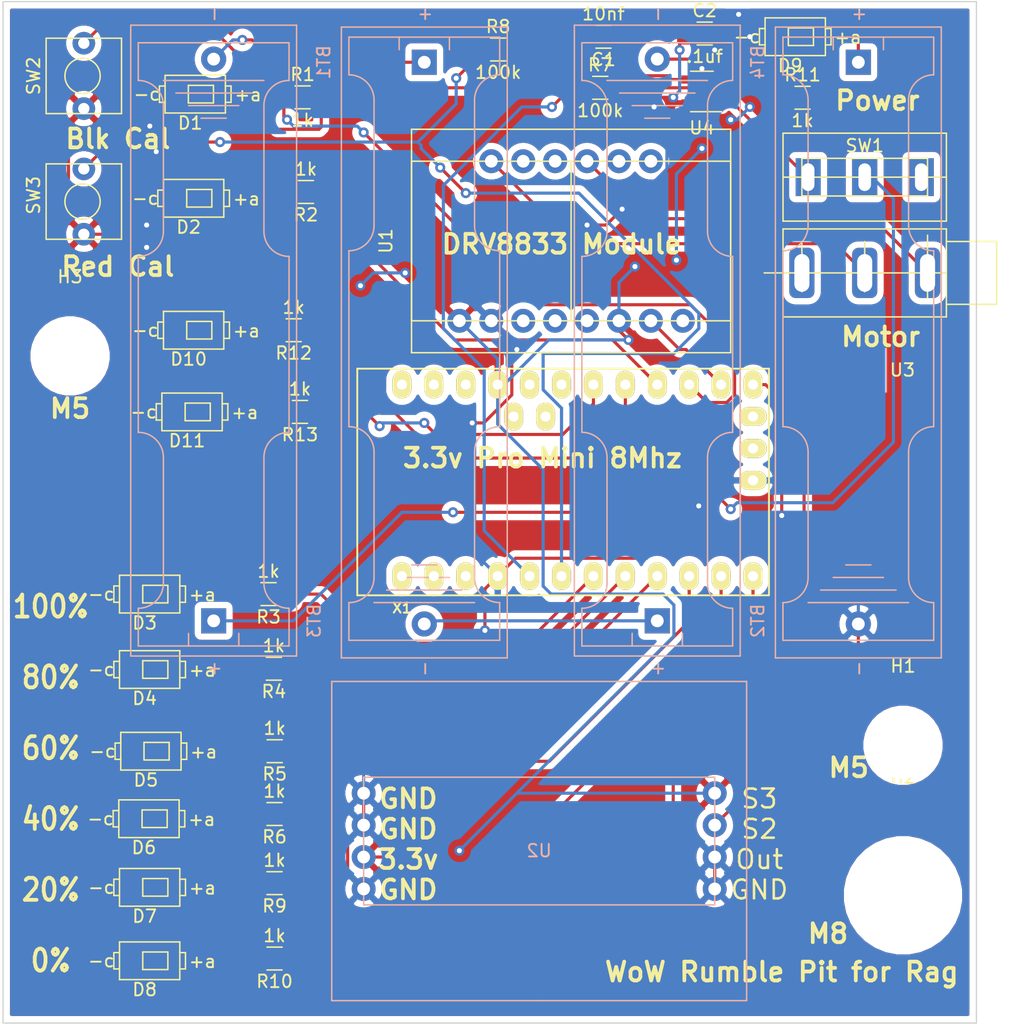
<source format=kicad_pcb>
(kicad_pcb (version 20171130) (host pcbnew "(5.1.6)-1")
  (layers (0 F.Cu signal) (31 B.Cu signal) (34 B.Paste user) (35 F.Paste user) (36 B.SilkS user) (37 F.SilkS user) (38 B.Mask user) (39 F.Mask user) (44 Edge.Cuts user))
  (net 0 "")
  (net 1 GND)
  (net 2 "Net-(BT1-Pad2)")
  (net 3 "Net-(BT1-Pad1)")
  (net 4 "Net-(BT2-Pad2)")
  (net 5 "Net-(BT3-Pad1)")
  (net 6 "Net-(U1-Pad14)")
  (net 7 "Net-(U1-Pad13)")
  (net 8 "Net-(U1-Pad12)")
  (net 9 "Net-(U1-Pad11)")
  (net 10 "Net-(U1-Pad10)")
  (net 11 "Net-(U1-Pad9)")
  (net 12 "Net-(U1-Pad8)")
  (net 13 "Net-(U1-Pad5)")
  (net 14 "Net-(U1-Pad4)")
  (net 15 "Net-(U1-Pad3)")
  (net 16 "Net-(U3-Pad3)")
  (net 17 "Net-(D1-Pad2)")
  (net 18 "Net-(D2-Pad2)")
  (net 19 "Net-(D3-Pad2)")
  (net 20 "Net-(D4-Pad2)")
  (net 21 "Net-(D5-Pad2)")
  (net 22 "Net-(D6-Pad2)")
  (net 23 "Net-(C1-Pad1)")
  (net 24 "Net-(X1-Pad28)")
  (net 25 "Net-(X1-Pad27)")
  (net 26 "Net-(X1-Pad26)")
  (net 27 "Net-(X1-Pad25)")
  (net 28 "Net-(X1-Pad24)")
  (net 29 "Net-(X1-Pad23)")
  (net 30 "Net-(X1-Pad22)")
  (net 31 "Net-(X1-Pad20)")
  (net 32 "Net-(X1-Pad19)")
  (net 33 "Net-(X1-Pad3)")
  (net 34 "Net-(D7-Pad2)")
  (net 35 "Net-(D8-Pad2)")
  (net 36 "Net-(D9-Pad2)")
  (net 37 "Net-(R1-Pad1)")
  (net 38 "Net-(R2-Pad1)")
  (net 39 "Net-(R3-Pad1)")
  (net 40 "Net-(R4-Pad1)")
  (net 41 "Net-(R5-Pad1)")
  (net 42 "Net-(R6-Pad1)")
  (net 43 "Net-(R7-Pad1)")
  (net 44 "Net-(R8-Pad1)")
  (net 45 "Net-(R9-Pad1)")
  (net 46 "Net-(R10-Pad1)")
  (net 47 "Net-(U1-Pad7)")
  (net 48 "Net-(U2-Pad6)")
  (net 49 "Net-(SW1-Pad1)")
  (net 50 3.3vlabel)
  (net 51 "Net-(SW1-Pad3)")
  (net 52 "Net-(D10-Pad2)")
  (net 53 "Net-(D11-Pad2)")
  (net 54 "Net-(R12-Pad1)")
  (net 55 "Net-(R13-Pad1)")
  (net 56 "Net-(X1-Pad2)")
  (net 57 "Net-(X1-Pad1)")
  (module MountingHole:MountingHole_8.4mm_M8 (layer F.Cu) (at 191.008 140.97)
    (fp_text reference H2 (at 0 -9.4) (layer F.SilkS))
    (fp_text value MountingHole)
    (pad 1 np_thru_hole circle (at 0 0) (size 8.4 8.4) (drill 8.4) (layers *.Cu *.Mask))
  )
  (module MountingHole:MountingHole_5.3mm_M5 (layer F.Cu) (at 124.714 98.044)
    (fp_text reference H3 (at 0 -6.3) (layer F.SilkS))
    (fp_text value MountingHole)
    (pad 1 np_thru_hole circle (at 0 0) (size 5.3 5.3) (drill 5.3) (layers *.Cu *.Mask))
  )
  (module MountingHole:MountingHole_5.3mm_M5 (layer F.Cu) (at 191.008 129.032)
    (fp_text reference H1 (at 0 -6.3) (layer F.SilkS))
    (fp_text value MountingHole)
    (pad 1 np_thru_hole circle (at 0 0) (size 5.3 5.3) (drill 5.3) (layers *.Cu *.Mask))
  )
  (module "MPV Custom stuff:Button_2_lead_SPST_TH" (layer F.Cu) (at 122.81 72.762 270)
    (fp_text reference SW2 (at 3 1 90) (layer F.SilkS))
    (fp_text value SW_Push)
    (pad 1 thru_hole circle (at 0.4 -3 270) (size 1.8 1.8) (drill 0.9) (layers *.Cu *.Mask) (net 43 "Net-(R7-Pad1)"))
    (pad 2 thru_hole circle (at 5.6 -3 270) (size 1.8 1.8) (drill 0.9) (layers *.Cu *.Mask) (net 50 3.3vlabel))
  )
  (module "MPV Custom stuff:Button_2_lead_SPST_TH" (layer F.Cu) (at 122.81 82.762 270)
    (fp_text reference SW3 (at 2.5 1 270) (layer F.SilkS))
    (fp_text value SW_Push)
    (pad 1 thru_hole circle (at 0.4 -3 270) (size 1.8 1.8) (drill 0.9) (layers *.Cu *.Mask) (net 44 "Net-(R8-Pad1)"))
    (pad 2 thru_hole circle (at 5.6 -3 270) (size 1.8 1.8) (drill 0.9) (layers *.Cu *.Mask) (net 50 3.3vlabel))
  )
  (module Resistor_SMD:R_1206_3216Metric_Pad1.42x1.75mm_HandSolder (layer F.Cu) (at 143.0125 102.5 180)
    (fp_text reference R13 (at 0 -1.82) (layer F.SilkS))
    (fp_text value 1k (at 0 1.82) (layer F.SilkS))
    (pad 2 smd roundrect (at 1.4875 0 180) (size 1.425 1.75) (layers F.Cu F.Paste F.Mask) (roundrect_rratio 0.175439) (net 53 "Net-(D11-Pad2)"))
    (pad 1 smd roundrect (at -1.4875 0 180) (size 1.425 1.75) (layers F.Cu F.Paste F.Mask) (roundrect_rratio 0.175439) (net 55 "Net-(R13-Pad1)"))
  )
  (module Resistor_SMD:R_1206_3216Metric_Pad1.42x1.75mm_HandSolder (layer F.Cu) (at 142.5125 96 180)
    (fp_text reference R12 (at 0 -1.82) (layer F.SilkS))
    (fp_text value 1k (at 0 1.82) (layer F.SilkS))
    (pad 2 smd roundrect (at 1.4875 0 180) (size 1.425 1.75) (layers F.Cu F.Paste F.Mask) (roundrect_rratio 0.175439) (net 52 "Net-(D10-Pad2)"))
    (pad 1 smd roundrect (at -1.4875 0 180) (size 1.425 1.75) (layers F.Cu F.Paste F.Mask) (roundrect_rratio 0.175439) (net 54 "Net-(R12-Pad1)"))
  )
  (module Resistor_SMD:R_1206_3216Metric_Pad1.42x1.75mm_HandSolder (layer F.Cu) (at 143.4875 85 180)
    (fp_text reference R2 (at 0 -1.82) (layer F.SilkS))
    (fp_text value 1k (at 0 1.82) (layer F.SilkS))
    (pad 2 smd roundrect (at 1.4875 0 180) (size 1.425 1.75) (layers F.Cu F.Paste F.Mask) (roundrect_rratio 0.175439) (net 18 "Net-(D2-Pad2)"))
    (pad 1 smd roundrect (at -1.4875 0 180) (size 1.425 1.75) (layers F.Cu F.Paste F.Mask) (roundrect_rratio 0.175439) (net 38 "Net-(R2-Pad1)"))
  )
  (module Resistor_SMD:R_1206_3216Metric_Pad1.42x1.75mm_HandSolder (layer F.Cu) (at 143.2195 77.47)
    (fp_text reference R1 (at 0 -1.82) (layer F.SilkS))
    (fp_text value 1k (at 0 1.82) (layer F.SilkS))
    (pad 2 smd roundrect (at 1.4875 0) (size 1.425 1.75) (layers F.Cu F.Paste F.Mask) (roundrect_rratio 0.175439) (net 17 "Net-(D1-Pad2)"))
    (pad 1 smd roundrect (at -1.4875 0) (size 1.425 1.75) (layers F.Cu F.Paste F.Mask) (roundrect_rratio 0.175439) (net 37 "Net-(R1-Pad1)"))
  )
  (module "MPV Custom stuff:5730_LED_SMD" (layer F.Cu) (at 137.274 101 180)
    (fp_text reference D11 (at 3.25 -3.8) (layer F.SilkS))
    (fp_text value LED)
    (fp_text user +a (at -1.35 -1.55) (layer F.SilkS))
    (fp_text user -c (at 6.7 -1.5) (layer F.SilkS))
    (pad 3 smd rect (at 2.4 -1.5 180) (size 2.5 1.5) (layers F.Cu F.Paste F.Mask))
    (pad 1 smd rect (at 5.65 -1.5 180) (size 0.7 1.8) (layers F.Cu F.Paste F.Mask) (net 1 GND))
    (pad 2 smd rect (at 0.05 -1.5 180) (size 0.7 1.8) (layers F.Cu F.Paste F.Mask) (net 53 "Net-(D11-Pad2)"))
  )
  (module "MPV Custom stuff:5730_LED_SMD" (layer F.Cu) (at 137.4 94.5 180)
    (fp_text reference D10 (at 3.25 -3.8) (layer F.SilkS))
    (fp_text value LED)
    (fp_text user +a (at -1.35 -1.55) (layer F.SilkS))
    (fp_text user -c (at 6.7 -1.5) (layer F.SilkS))
    (pad 3 smd rect (at 2.4 -1.5 180) (size 2.5 1.5) (layers F.Cu F.Paste F.Mask))
    (pad 1 smd rect (at 5.65 -1.5 180) (size 0.7 1.8) (layers F.Cu F.Paste F.Mask) (net 1 GND))
    (pad 2 smd rect (at 0.05 -1.5 180) (size 0.7 1.8) (layers F.Cu F.Paste F.Mask) (net 52 "Net-(D10-Pad2)"))
  )
  (module "MPV Custom stuff:5730_LED_SMD" (layer F.Cu) (at 137.4 84 180)
    (fp_text reference D2 (at 3.25 -3.8) (layer F.SilkS))
    (fp_text value LED)
    (fp_text user +a (at -1.35 -1.55) (layer F.SilkS))
    (fp_text user -c (at 6.7 -1.5) (layer F.SilkS))
    (pad 3 smd rect (at 2.4 -1.5 180) (size 2.5 1.5) (layers F.Cu F.Paste F.Mask))
    (pad 1 smd rect (at 5.65 -1.5 180) (size 0.7 1.8) (layers F.Cu F.Paste F.Mask) (net 1 GND))
    (pad 2 smd rect (at 0.05 -1.5 180) (size 0.7 1.8) (layers F.Cu F.Paste F.Mask) (net 18 "Net-(D2-Pad2)"))
  )
  (module "MPV Custom stuff:5730_LED_SMD" (layer F.Cu) (at 137.528 75.716 180)
    (fp_text reference D1 (at 3.25 -3.8) (layer F.SilkS))
    (fp_text value LED)
    (fp_text user +a (at -1.35 -1.55) (layer F.SilkS))
    (fp_text user -c (at 6.7 -1.5) (layer F.SilkS))
    (pad 3 smd rect (at 2.4 -1.5 180) (size 2.5 1.5) (layers F.Cu F.Paste F.Mask))
    (pad 1 smd rect (at 5.65 -1.5 180) (size 0.7 1.8) (layers F.Cu F.Paste F.Mask) (net 1 GND))
    (pad 2 smd rect (at 0.05 -1.5 180) (size 0.7 1.8) (layers F.Cu F.Paste F.Mask) (net 17 "Net-(D1-Pad2)"))
  )
  (module "MPV Custom stuff:SPDT_Switch" (layer F.Cu) (at 181.46 87.32)
    (fp_text reference SW1 (at 6.5 -6) (layer F.SilkS))
    (fp_text value SW_SPDT)
    (pad 2 thru_hole rect (at 6.5 -3.5) (size 2 3) (drill oval 1 2.2) (layers *.Cu *.Mask) (net 5 "Net-(BT3-Pad1)"))
    (pad 3 thru_hole rect (at 11 -3.5) (size 2 3) (drill oval 1 2.2) (layers *.Cu *.Mask) (net 51 "Net-(SW1-Pad3)"))
    (pad 1 thru_hole rect (at 2 -3.5) (size 2 3) (drill oval 1 2.2) (layers *.Cu *.Mask) (net 49 "Net-(SW1-Pad1)"))
  )
  (module Resistor_SMD:R_1206_3216Metric_Pad1.42x1.75mm_HandSolder (layer F.Cu) (at 183.0125 77.5)
    (fp_text reference R11 (at 0 -1.82) (layer F.SilkS))
    (fp_text value 1k (at 0 1.82) (layer F.SilkS))
    (pad 2 smd roundrect (at 1.4875 0) (size 1.425 1.75) (layers F.Cu F.Paste F.Mask) (roundrect_rratio 0.175439) (net 36 "Net-(D9-Pad2)"))
    (pad 1 smd roundrect (at -1.4875 0) (size 1.425 1.75) (layers F.Cu F.Paste F.Mask) (roundrect_rratio 0.175439) (net 50 3.3vlabel))
  )
  (module Resistor_SMD:R_1206_3216Metric_Pad1.42x1.75mm_HandSolder (layer F.Cu) (at 140.9875 146 180)
    (fp_text reference R10 (at 0 -1.82) (layer F.SilkS))
    (fp_text value 1k (at 0 1.82) (layer F.SilkS))
    (pad 2 smd roundrect (at 1.4875 0 180) (size 1.425 1.75) (layers F.Cu F.Paste F.Mask) (roundrect_rratio 0.175439) (net 35 "Net-(D8-Pad2)"))
    (pad 1 smd roundrect (at -1.4875 0 180) (size 1.425 1.75) (layers F.Cu F.Paste F.Mask) (roundrect_rratio 0.175439) (net 46 "Net-(R10-Pad1)"))
  )
  (module Resistor_SMD:R_1206_3216Metric_Pad1.42x1.75mm_HandSolder (layer F.Cu) (at 140.9875 140 180)
    (fp_text reference R9 (at 0 -1.82) (layer F.SilkS))
    (fp_text value 1k (at 0 1.82) (layer F.SilkS))
    (pad 2 smd roundrect (at 1.4875 0 180) (size 1.425 1.75) (layers F.Cu F.Paste F.Mask) (roundrect_rratio 0.175439) (net 34 "Net-(D7-Pad2)"))
    (pad 1 smd roundrect (at -1.4875 0 180) (size 1.425 1.75) (layers F.Cu F.Paste F.Mask) (roundrect_rratio 0.175439) (net 45 "Net-(R9-Pad1)"))
  )
  (module Resistor_SMD:R_1206_3216Metric_Pad1.42x1.75mm_HandSolder (layer F.Cu) (at 140.9875 134.5 180)
    (fp_text reference R6 (at 0 -1.82) (layer F.SilkS))
    (fp_text value 1k (at 0 1.82) (layer F.SilkS))
    (pad 2 smd roundrect (at 1.4875 0 180) (size 1.425 1.75) (layers F.Cu F.Paste F.Mask) (roundrect_rratio 0.175439) (net 22 "Net-(D6-Pad2)"))
    (pad 1 smd roundrect (at -1.4875 0 180) (size 1.425 1.75) (layers F.Cu F.Paste F.Mask) (roundrect_rratio 0.175439) (net 42 "Net-(R6-Pad1)"))
  )
  (module Resistor_SMD:R_1206_3216Metric_Pad1.42x1.75mm_HandSolder (layer F.Cu) (at 141 129.5 180)
    (fp_text reference R5 (at 0 -1.82) (layer F.SilkS))
    (fp_text value 1k (at 0 1.82) (layer F.SilkS))
    (pad 2 smd roundrect (at 1.4875 0 180) (size 1.425 1.75) (layers F.Cu F.Paste F.Mask) (roundrect_rratio 0.175439) (net 21 "Net-(D5-Pad2)"))
    (pad 1 smd roundrect (at -1.4875 0 180) (size 1.425 1.75) (layers F.Cu F.Paste F.Mask) (roundrect_rratio 0.175439) (net 41 "Net-(R5-Pad1)"))
  )
  (module Resistor_SMD:R_1206_3216Metric_Pad1.42x1.75mm_HandSolder (layer F.Cu) (at 140.9335 122.936 180)
    (fp_text reference R4 (at 0 -1.82) (layer F.SilkS))
    (fp_text value 1k (at 0 1.82) (layer F.SilkS))
    (pad 2 smd roundrect (at 1.4875 0 180) (size 1.425 1.75) (layers F.Cu F.Paste F.Mask) (roundrect_rratio 0.175439) (net 20 "Net-(D4-Pad2)"))
    (pad 1 smd roundrect (at -1.4875 0 180) (size 1.425 1.75) (layers F.Cu F.Paste F.Mask) (roundrect_rratio 0.175439) (net 40 "Net-(R4-Pad1)"))
  )
  (module Resistor_SMD:R_1206_3216Metric_Pad1.42x1.75mm_HandSolder (layer F.Cu) (at 140.5125 117 180)
    (fp_text reference R3 (at 0 -1.82) (layer F.SilkS))
    (fp_text value 1k (at 0 1.82) (layer F.SilkS))
    (pad 2 smd roundrect (at 1.4875 0 180) (size 1.425 1.75) (layers F.Cu F.Paste F.Mask) (roundrect_rratio 0.175439) (net 19 "Net-(D3-Pad2)"))
    (pad 1 smd roundrect (at -1.4875 0 180) (size 1.425 1.75) (layers F.Cu F.Paste F.Mask) (roundrect_rratio 0.175439) (net 39 "Net-(R3-Pad1)"))
  )
  (module "MPV Custom stuff:5730_LED_SMD" (layer F.Cu) (at 185.28 71.144 180)
    (fp_text reference D9 (at 3.25 -3.8) (layer F.SilkS))
    (fp_text value LED)
    (fp_text user +a (at -1.35 -1.55) (layer F.SilkS))
    (fp_text user -c (at 6.7 -1.5) (layer F.SilkS))
    (pad 3 smd rect (at 2.4 -1.5 180) (size 2.5 1.5) (layers F.Cu F.Paste F.Mask))
    (pad 1 smd rect (at 5.65 -1.5 180) (size 0.7 1.8) (layers F.Cu F.Paste F.Mask) (net 1 GND))
    (pad 2 smd rect (at 0.05 -1.5 180) (size 0.7 1.8) (layers F.Cu F.Paste F.Mask) (net 36 "Net-(D9-Pad2)"))
  )
  (module "MPV Custom stuff:5730_LED_SMD" (layer F.Cu) (at 133.9 144.677 180)
    (fp_text reference D8 (at 3.25 -3.8) (layer F.SilkS))
    (fp_text value LED)
    (fp_text user +a (at -1.35 -1.55) (layer F.SilkS))
    (fp_text user -c (at 6.7 -1.5) (layer F.SilkS))
    (pad 3 smd rect (at 2.4 -1.5 180) (size 2.5 1.5) (layers F.Cu F.Paste F.Mask))
    (pad 1 smd rect (at 5.65 -1.5 180) (size 0.7 1.8) (layers F.Cu F.Paste F.Mask) (net 1 GND))
    (pad 2 smd rect (at 0.05 -1.5 180) (size 0.7 1.8) (layers F.Cu F.Paste F.Mask) (net 35 "Net-(D8-Pad2)"))
  )
  (module "MPV Custom stuff:5730_LED_SMD" (layer F.Cu) (at 133.9 138.835 180)
    (fp_text reference D7 (at 3.25 -3.8) (layer F.SilkS))
    (fp_text value LED)
    (fp_text user +a (at -1.35 -1.55) (layer F.SilkS))
    (fp_text user -c (at 6.7 -1.5) (layer F.SilkS))
    (pad 3 smd rect (at 2.4 -1.5 180) (size 2.5 1.5) (layers F.Cu F.Paste F.Mask))
    (pad 1 smd rect (at 5.65 -1.5 180) (size 0.7 1.8) (layers F.Cu F.Paste F.Mask) (net 1 GND))
    (pad 2 smd rect (at 0.05 -1.5 180) (size 0.7 1.8) (layers F.Cu F.Paste F.Mask) (net 34 "Net-(D7-Pad2)"))
  )
  (module "MPV Custom stuff:5730_LED_SMD" (layer F.Cu) (at 133.845 133.374 180)
    (fp_text reference D6 (at 3.25 -3.8) (layer F.SilkS))
    (fp_text value LED)
    (fp_text user +a (at -1.35 -1.55) (layer F.SilkS))
    (fp_text user -c (at 6.7 -1.5) (layer F.SilkS))
    (pad 3 smd rect (at 2.4 -1.5 180) (size 2.5 1.5) (layers F.Cu F.Paste F.Mask))
    (pad 1 smd rect (at 5.65 -1.5 180) (size 0.7 1.8) (layers F.Cu F.Paste F.Mask) (net 1 GND))
    (pad 2 smd rect (at 0.05 -1.5 180) (size 0.7 1.8) (layers F.Cu F.Paste F.Mask) (net 22 "Net-(D6-Pad2)"))
  )
  (module "MPV Custom stuff:5730_LED_SMD" (layer F.Cu) (at 134 128 180)
    (fp_text reference D5 (at 3.25 -3.8) (layer F.SilkS))
    (fp_text value LED)
    (fp_text user +a (at -1.35 -1.55) (layer F.SilkS))
    (fp_text user -c (at 6.7 -1.5) (layer F.SilkS))
    (pad 3 smd rect (at 2.4 -1.5 180) (size 2.5 1.5) (layers F.Cu F.Paste F.Mask))
    (pad 1 smd rect (at 5.65 -1.5 180) (size 0.7 1.8) (layers F.Cu F.Paste F.Mask) (net 1 GND))
    (pad 2 smd rect (at 0.05 -1.5 180) (size 0.7 1.8) (layers F.Cu F.Paste F.Mask) (net 21 "Net-(D5-Pad2)"))
  )
  (module "MPV Custom stuff:5730_LED_SMD" (layer F.Cu) (at 133.9 121.5 180)
    (fp_text reference D4 (at 3.25 -3.8) (layer F.SilkS))
    (fp_text value LED)
    (fp_text user +a (at -1.35 -1.55) (layer F.SilkS))
    (fp_text user -c (at 6.7 -1.5) (layer F.SilkS))
    (pad 3 smd rect (at 2.4 -1.5 180) (size 2.5 1.5) (layers F.Cu F.Paste F.Mask))
    (pad 1 smd rect (at 5.65 -1.5 180) (size 0.7 1.8) (layers F.Cu F.Paste F.Mask) (net 1 GND))
    (pad 2 smd rect (at 0.05 -1.5 180) (size 0.7 1.8) (layers F.Cu F.Paste F.Mask) (net 20 "Net-(D4-Pad2)"))
  )
  (module "MPV Custom stuff:5730_LED_SMD" (layer F.Cu) (at 133.9 115.5 180)
    (fp_text reference D3 (at 3.25 -3.8) (layer F.SilkS))
    (fp_text value LED)
    (fp_text user +a (at -1.35 -1.55) (layer F.SilkS))
    (fp_text user -c (at 6.7 -1.5) (layer F.SilkS))
    (pad 3 smd rect (at 2.4 -1.5 180) (size 2.5 1.5) (layers F.Cu F.Paste F.Mask))
    (pad 1 smd rect (at 5.65 -1.5 180) (size 0.7 1.8) (layers F.Cu F.Paste F.Mask) (net 1 GND))
    (pad 2 smd rect (at 0.05 -1.5 180) (size 0.7 1.8) (layers F.Cu F.Paste F.Mask) (net 19 "Net-(D3-Pad2)"))
  )
  (module "MPV Custom stuff:pro_mini" (layer F.Cu) (at 165.1 107.95)
    (fp_text reference X1 (at -13.97 10.16) (layer F.SilkS) (effects (font (size 0.8 0.8) (thickness 0.16))))
    (fp_text value Arduino_Pro_Mini hide)
    (pad 29 thru_hole oval (at 13.97 0) (size 2.19964 1.50114) (drill 0.8001) (layers *.Cu *.Mask F.SilkS) (net 1 GND))
    (pad 28 thru_hole oval (at 13.97 -2.54) (size 2.19964 1.50114) (drill 0.8001) (layers *.Cu *.Mask F.SilkS) (net 24 "Net-(X1-Pad28)"))
    (pad 27 thru_hole oval (at 13.97 -5.08) (size 2.19964 1.50114) (drill 0.8001) (layers *.Cu *.Mask F.SilkS) (net 25 "Net-(X1-Pad27)"))
    (pad 26 thru_hole oval (at -5.08 -5.08) (size 1.50114 2.19964) (drill 0.8001) (layers *.Cu *.Mask F.SilkS) (net 26 "Net-(X1-Pad26)"))
    (pad 25 thru_hole oval (at -2.54 -5.08) (size 1.50114 2.19964) (drill 0.8001) (layers *.Cu *.Mask F.SilkS) (net 27 "Net-(X1-Pad25)"))
    (pad 24 thru_hole oval (at -13.97 -7.62) (size 1.50114 2.19964) (drill 0.8001) (layers *.Cu *.Mask F.SilkS) (net 28 "Net-(X1-Pad24)"))
    (pad 23 thru_hole oval (at -11.43 -7.62) (size 1.50114 2.19964) (drill 0.8001) (layers *.Cu *.Mask F.SilkS) (net 29 "Net-(X1-Pad23)"))
    (pad 22 thru_hole oval (at -8.89 -7.62) (size 1.50114 2.19964) (drill 0.8001) (layers *.Cu *.Mask F.SilkS) (net 30 "Net-(X1-Pad22)"))
    (pad 21 thru_hole oval (at -6.35 -7.62) (size 1.50114 2.19964) (drill 0.8001) (layers *.Cu *.Mask F.SilkS) (net 50 3.3vlabel))
    (pad 20 thru_hole oval (at -3.81 -7.62) (size 1.50114 2.19964) (drill 0.8001) (layers *.Cu *.Mask F.SilkS) (net 31 "Net-(X1-Pad20)"))
    (pad 19 thru_hole oval (at -1.27 -7.62) (size 1.50114 2.19964) (drill 0.8001) (layers *.Cu *.Mask F.SilkS) (net 32 "Net-(X1-Pad19)"))
    (pad 18 thru_hole oval (at 1.27 -7.62) (size 1.50114 2.19964) (drill 0.8001) (layers *.Cu *.Mask F.SilkS) (net 55 "Net-(R13-Pad1)"))
    (pad 17 thru_hole oval (at 3.81 -7.62) (size 1.50114 2.19964) (drill 0.8001) (layers *.Cu *.Mask F.SilkS) (net 54 "Net-(R12-Pad1)"))
    (pad 16 thru_hole oval (at 6.35 -7.62) (size 1.50114 2.19964) (drill 0.8001) (layers *.Cu *.Mask F.SilkS) (net 38 "Net-(R2-Pad1)"))
    (pad 15 thru_hole oval (at 8.89 -7.62) (size 1.50114 2.19964) (drill 0.8001) (layers *.Cu *.Mask F.SilkS) (net 37 "Net-(R1-Pad1)"))
    (pad 14 thru_hole oval (at 11.43 -7.62) (size 1.50114 2.19964) (drill 0.8001) (layers *.Cu *.Mask F.SilkS) (net 47 "Net-(U1-Pad7)"))
    (pad 13 thru_hole oval (at 13.97 -7.62) (size 1.50114 2.19964) (drill 0.8001) (layers *.Cu *.Mask F.SilkS) (net 48 "Net-(U2-Pad6)"))
    (pad 12 thru_hole oval (at 13.97 7.62) (size 1.50114 2.19964) (drill 0.8001) (layers *.Cu *.Mask F.SilkS) (net 46 "Net-(R10-Pad1)"))
    (pad 11 thru_hole oval (at 11.43 7.62) (size 1.50114 2.19964) (drill 0.8001) (layers *.Cu *.Mask F.SilkS) (net 45 "Net-(R9-Pad1)"))
    (pad 10 thru_hole oval (at 8.89 7.62) (size 1.50114 2.19964) (drill 0.8001) (layers *.Cu *.Mask F.SilkS) (net 42 "Net-(R6-Pad1)"))
    (pad 9 thru_hole oval (at 6.35 7.62) (size 1.50114 2.19964) (drill 0.8001) (layers *.Cu *.Mask F.SilkS) (net 41 "Net-(R5-Pad1)"))
    (pad 8 thru_hole oval (at 3.81 7.62) (size 1.50114 2.19964) (drill 0.8001) (layers *.Cu *.Mask F.SilkS) (net 40 "Net-(R4-Pad1)"))
    (pad 7 thru_hole oval (at 1.27 7.62) (size 1.50114 2.19964) (drill 0.8001) (layers *.Cu *.Mask F.SilkS) (net 39 "Net-(R3-Pad1)"))
    (pad 6 thru_hole oval (at -1.27 7.62) (size 1.50114 2.19964) (drill 0.8001) (layers *.Cu *.Mask F.SilkS) (net 44 "Net-(R8-Pad1)"))
    (pad 5 thru_hole oval (at -3.81 7.62) (size 1.50114 2.19964) (drill 0.8001) (layers *.Cu *.Mask F.SilkS) (net 43 "Net-(R7-Pad1)"))
    (pad 4 thru_hole oval (at -6.35 7.62) (size 1.50114 2.19964) (drill 0.8001) (layers *.Cu *.Mask F.SilkS) (net 1 GND))
    (pad 3 thru_hole oval (at -8.89 7.62) (size 1.50114 2.19964) (drill 0.8001) (layers *.Cu *.Mask F.SilkS) (net 33 "Net-(X1-Pad3)"))
    (pad 2 thru_hole oval (at -11.43 7.62) (size 1.50114 2.19964) (drill 0.8001) (layers *.Cu *.Mask F.SilkS) (net 56 "Net-(X1-Pad2)"))
    (pad 1 thru_hole oval (at -13.97 7.62) (size 1.50114 2.19964) (drill 0.8001) (layers *.Cu *.Mask F.SilkS) (net 57 "Net-(X1-Pad1)"))
  )
  (module Package_TO_SOT_SMD:SOT-23-5 (layer F.Cu) (at 175 77 180)
    (fp_text reference U4 (at 0 -2.9) (layer F.SilkS))
    (fp_text value SPX3819M5-L-3-3)
    (pad 5 smd rect (at 1.1 -0.95 180) (size 1.06 0.65) (layers F.Cu F.Paste F.Mask) (net 50 3.3vlabel))
    (pad 4 smd rect (at 1.1 0.95 180) (size 1.06 0.65) (layers F.Cu F.Paste F.Mask) (net 23 "Net-(C1-Pad1)"))
    (pad 3 smd rect (at -1.1 0.95 180) (size 1.06 0.65) (layers F.Cu F.Paste F.Mask) (net 49 "Net-(SW1-Pad1)"))
    (pad 2 smd rect (at -1.1 0 180) (size 1.06 0.65) (layers F.Cu F.Paste F.Mask) (net 1 GND))
    (pad 1 smd rect (at -1.1 -0.95 180) (size 1.06 0.65) (layers F.Cu F.Paste F.Mask) (net 49 "Net-(SW1-Pad1)"))
  )
  (module Resistor_SMD:R_1206_3216Metric_Pad1.42x1.75mm_HandSolder (layer F.Cu) (at 158.7865 73.66)
    (fp_text reference R8 (at 0 -1.82) (layer F.SilkS))
    (fp_text value 100k (at 0 1.82) (layer F.SilkS))
    (pad 2 smd roundrect (at 1.4875 0) (size 1.425 1.75) (layers F.Cu F.Paste F.Mask) (roundrect_rratio 0.175439) (net 1 GND))
    (pad 1 smd roundrect (at -1.4875 0) (size 1.425 1.75) (layers F.Cu F.Paste F.Mask) (roundrect_rratio 0.175439) (net 44 "Net-(R8-Pad1)"))
  )
  (module Resistor_SMD:R_1206_3216Metric_Pad1.42x1.75mm_HandSolder (layer F.Cu) (at 166.9145 76.708)
    (fp_text reference R7 (at 0 -1.82) (layer F.SilkS))
    (fp_text value 100k (at 0 1.82) (layer F.SilkS))
    (pad 2 smd roundrect (at 1.4875 0) (size 1.425 1.75) (layers F.Cu F.Paste F.Mask) (roundrect_rratio 0.175439) (net 1 GND))
    (pad 1 smd roundrect (at -1.4875 0) (size 1.425 1.75) (layers F.Cu F.Paste F.Mask) (roundrect_rratio 0.175439) (net 43 "Net-(R7-Pad1)"))
  )
  (module Capacitor_SMD:C_1206_3216Metric_Pad1.42x1.75mm_HandSolder (layer F.Cu) (at 175.2235 72.39)
    (fp_text reference C2 (at 0 -1.82) (layer F.SilkS))
    (fp_text value .1uf (at 0 1.82) (layer F.SilkS))
    (pad 2 smd roundrect (at 1.4875 0) (size 1.425 1.75) (layers F.Cu F.Paste F.Mask) (roundrect_rratio 0.175439) (net 1 GND))
    (pad 1 smd roundrect (at -1.4875 0) (size 1.425 1.75) (layers F.Cu F.Paste F.Mask) (roundrect_rratio 0.175439) (net 50 3.3vlabel))
  )
  (module Capacitor_SMD:C_1206_3216Metric_Pad1.42x1.75mm_HandSolder (layer F.Cu) (at 167.1685 72.644 180)
    (fp_text reference C1 (at 0 -1.82) (layer F.SilkS))
    (fp_text value 10nf (at 0 1.82) (layer F.SilkS))
    (pad 2 smd roundrect (at 1.4875 0 180) (size 1.425 1.75) (layers F.Cu F.Paste F.Mask) (roundrect_rratio 0.175439) (net 1 GND))
    (pad 1 smd roundrect (at -1.4875 0 180) (size 1.425 1.75) (layers F.Cu F.Paste F.Mask) (roundrect_rratio 0.175439) (net 23 "Net-(C1-Pad1)"))
  )
  (module "MPV Custom stuff:3.5mm_Audio_Jack_A-2454_Tayda" (layer F.Cu) (at 194.46 87.94 180)
    (fp_text reference U3 (at 3.5 -11.23) (layer F.SilkS))
    (fp_text value a-24543.5mmAudio)
    (pad 3 thru_hole roundrect (at 11.5 -3.5 180) (size 2 4) (drill oval 1.2 3) (layers *.Cu *.Mask) (net 16 "Net-(U3-Pad3)"))
    (pad 2 thru_hole roundrect (at 6.5 -3.5 180) (size 2 4) (drill oval 1.2 3) (layers *.Cu *.Mask) (net 6 "Net-(U1-Pad14)"))
    (pad 1 thru_hole roundrect (at 1.5 -3.5 180) (size 2 4) (drill oval 1.2 3) (layers *.Cu *.Mask) (net 9 "Net-(U1-Pad11)"))
  )
  (module "MPV Custom stuff:Color_Sensor" (layer B.Cu) (at 162.052 149.352)
    (fp_text reference U2 (at 0 -11.93) (layer B.SilkS) (effects (justify mirror)))
    (fp_text value Color_Sensor-MPV_Symbol_Lib)
    (pad 8 thru_hole circle (at 13.97 -8.89) (size 1.905 1.905) (drill 1.016) (layers *.Cu *.Mask) (net 1 GND))
    (pad 7 thru_hole circle (at 13.97 -11.43) (size 1.905 1.905) (drill 1.016) (layers *.Cu *.Mask) (net 1 GND))
    (pad 6 thru_hole circle (at 13.97 -13.97) (size 1.905 1.905) (drill 1.016) (layers *.Cu *.Mask) (net 48 "Net-(U2-Pad6)"))
    (pad 5 thru_hole circle (at 13.97 -16.51) (size 1.905 1.905) (drill 1.016) (layers *.Cu *.Mask) (net 50 3.3vlabel))
    (pad 4 thru_hole circle (at -13.97 -16.51) (size 1.905 1.905) (drill 1.016) (layers *.Cu *.Mask) (net 1 GND))
    (pad 3 thru_hole circle (at -13.97 -13.97) (size 1.905 1.905) (drill 1.016) (layers *.Cu *.Mask) (net 1 GND))
    (pad 2 thru_hole circle (at -13.97 -11.43) (size 1.905 1.905) (drill 1.016) (layers *.Cu *.Mask) (net 50 3.3vlabel))
    (pad 1 thru_hole circle (at -13.97 -8.89) (size 1.905 1.905) (drill 1.016) (layers *.Cu *.Mask) (net 1 GND))
  )
  (module "MPV Custom stuff:DRV8833_Module" (layer F.Cu) (at 151.892 88.9 90)
    (fp_text reference U1 (at 0 -2.04 90) (layer F.SilkS))
    (fp_text value DRV883-MPV_Symbol_Lib)
    (pad 14 thru_hole circle (at 6.35 6.35 90) (size 1.905 1.905) (drill 1.016) (layers *.Cu *.Mask) (net 6 "Net-(U1-Pad14)"))
    (pad 13 thru_hole circle (at 6.35 8.89 90) (size 1.905 1.905) (drill 1.016) (layers *.Cu *.Mask) (net 7 "Net-(U1-Pad13)"))
    (pad 12 thru_hole circle (at 6.35 11.43 90) (size 1.905 1.905) (drill 1.016) (layers *.Cu *.Mask) (net 8 "Net-(U1-Pad12)"))
    (pad 11 thru_hole circle (at 6.35 13.97 90) (size 1.905 1.905) (drill 1.016) (layers *.Cu *.Mask) (net 9 "Net-(U1-Pad11)"))
    (pad 10 thru_hole circle (at 6.35 16.51 90) (size 1.905 1.905) (drill 1.016) (layers *.Cu *.Mask) (net 10 "Net-(U1-Pad10)"))
    (pad 9 thru_hole circle (at 6.35 19.05 90) (size 1.905 1.905) (drill 1.016) (layers *.Cu *.Mask) (net 11 "Net-(U1-Pad9)"))
    (pad 8 thru_hole circle (at -6.35 21.59 90) (size 1.905 1.905) (drill 1.016) (layers *.Cu *.Mask) (net 12 "Net-(U1-Pad8)"))
    (pad 7 thru_hole circle (at -6.35 19.05 90) (size 1.905 1.905) (drill 1.016) (layers *.Cu *.Mask) (net 47 "Net-(U1-Pad7)"))
    (pad 6 thru_hole circle (at -6.35 16.51 90) (size 1.905 1.905) (drill 1.016) (layers *.Cu *.Mask) (net 50 3.3vlabel))
    (pad 5 thru_hole circle (at -6.35 13.97 90) (size 1.905 1.905) (drill 1.016) (layers *.Cu *.Mask) (net 13 "Net-(U1-Pad5)"))
    (pad 4 thru_hole circle (at -6.35 11.43 90) (size 1.905 1.905) (drill 1.016) (layers *.Cu *.Mask) (net 14 "Net-(U1-Pad4)"))
    (pad 3 thru_hole circle (at -6.35 8.89 90) (size 1.905 1.905) (drill 1.016) (layers *.Cu *.Mask) (net 15 "Net-(U1-Pad3)"))
    (pad 2 thru_hole circle (at -6.35 6.35 90) (size 1.905 1.905) (drill 1.016) (layers *.Cu *.Mask) (net 1 GND))
    (pad 1 thru_hole circle (at -6.35 3.81 90) (size 1.905 1.905) (drill 1.016) (layers *.Cu *.Mask) (net 50 3.3vlabel))
  )
  (module Battery:BatteryHolder_Keystone_2466_1xAAA (layer B.Cu) (at 187.452 74.676 270)
    (fp_text reference BT4 (at 0 8 270) (layer B.SilkS) (effects (justify mirror)))
    (fp_text value Battery_Cell)
    (fp_text user + (at -3.81 0 90) (layer B.SilkS) (effects (justify mirror)))
    (fp_text user - (at 48.26 0 90) (layer B.SilkS) (effects (justify mirror)))
    (pad 2 thru_hole circle (at 44.7 0 270) (size 2 2) (drill 1.02) (layers *.Cu *.Mask) (net 1 GND))
    (pad 1 thru_hole rect (at 0 0 270) (size 2 2) (drill 1.02) (layers *.Cu *.Mask) (net 4 "Net-(BT2-Pad2)"))
  )
  (module Battery:BatteryHolder_Keystone_2466_1xAAA (layer B.Cu) (at 136.144 119.126 90)
    (fp_text reference BT3 (at 0 8 -90) (layer B.SilkS) (effects (justify mirror)))
    (fp_text value Battery_Cell)
    (fp_text user + (at -3.81 0 90) (layer B.SilkS) (effects (justify mirror)))
    (fp_text user - (at 48.26 0 90) (layer B.SilkS) (effects (justify mirror)))
    (pad 2 thru_hole circle (at 44.7 0 90) (size 2 2) (drill 1.02) (layers *.Cu *.Mask) (net 3 "Net-(BT1-Pad1)"))
    (pad 1 thru_hole rect (at 0 0 90) (size 2 2) (drill 1.02) (layers *.Cu *.Mask) (net 5 "Net-(BT3-Pad1)"))
  )
  (module Battery:BatteryHolder_Keystone_2466_1xAAA (layer B.Cu) (at 171.45 119.126 90)
    (fp_text reference BT2 (at 0 8 -90) (layer B.SilkS) (effects (justify mirror)))
    (fp_text value Battery_Cell)
    (fp_text user + (at -3.81 0 90) (layer B.SilkS) (effects (justify mirror)))
    (fp_text user - (at 48.26 0 90) (layer B.SilkS) (effects (justify mirror)))
    (pad 2 thru_hole circle (at 44.7 0 90) (size 2 2) (drill 1.02) (layers *.Cu *.Mask) (net 4 "Net-(BT2-Pad2)"))
    (pad 1 thru_hole rect (at 0 0 90) (size 2 2) (drill 1.02) (layers *.Cu *.Mask) (net 2 "Net-(BT1-Pad2)"))
  )
  (module Battery:BatteryHolder_Keystone_2466_1xAAA (layer B.Cu) (at 152.908 74.676 270)
    (fp_text reference BT1 (at 0 8 270) (layer B.SilkS) (effects (justify mirror)))
    (fp_text value Battery_Cell)
    (fp_text user + (at -3.81 0 90) (layer B.SilkS) (effects (justify mirror)))
    (fp_text user - (at 48.26 0 90) (layer B.SilkS) (effects (justify mirror)))
    (pad 2 thru_hole circle (at 44.7 0 270) (size 2 2) (drill 1.02) (layers *.Cu *.Mask) (net 2 "Net-(BT1-Pad2)"))
    (pad 1 thru_hole rect (at 0 0 270) (size 2 2) (drill 1.02) (layers *.Cu *.Mask) (net 3 "Net-(BT1-Pad1)"))
  )
  (gr_text M5 (at 124.714 102.235) (layer F.SilkS) (effects (font (size 1.5 1.5) (thickness 0.3))))
  (gr_text M5 (at 186.69 130.81) (layer F.SilkS) (effects (font (size 1.5 1.5) (thickness 0.3))))
  (gr_text M8 (at 185.039 144.018) (layer F.SilkS) (effects (font (size 1.5 1.5) (thickness 0.3))))
  (gr_text "WoW Rumble Pit for Rag" (at 181.356 147.066) (layer F.SilkS) (effects (font (size 1.5 1.5) (thickness 0.3))))
  (gr_text "Red Cal" (at 128.524 90.932) (layer F.SilkS) (effects (font (size 1.5 1.5) (thickness 0.3))))
  (gr_text "Blk Cal" (at 128.524 80.772) (layer F.SilkS) (effects (font (size 1.5 1.5) (thickness 0.3))))
  (gr_text "100%\n\n80%\n\n60%\n\n40%\n\n20%\n\n0%" (at 123.19 132.08) (layer F.SilkS) (effects (font (size 1.75 1.5) (thickness 0.3))))
  (gr_text "3.3v Pro Mini 8Mhz" (at 162.306 106.172) (layer F.SilkS) (effects (font (size 1.5 1.5) (thickness 0.3))))
  (gr_text "DRV8833 Module" (at 163.83 89.154) (layer F.SilkS) (effects (font (size 1.5 1.5) (thickness 0.3))))
  (gr_text Motor (at 189.23 96.52) (layer F.SilkS) (effects (font (size 1.5 1.5) (thickness 0.3))))
  (gr_text Motor (at 185.928 99.06) (layer F.Cu) (effects (font (size 1.5 1.5) (thickness 0.3))))
  (gr_text Power (at 188.976 77.724) (layer F.SilkS) (effects (font (size 1.5 1.5) (thickness 0.3))))
  (gr_text "GND\nGND\n3.3v\nGND" (at 151.638 136.906) (layer F.SilkS) (effects (font (size 1.5 1.5) (thickness 0.3))))
  (gr_text "S3\nS2\nOut\nGND" (at 179.578 136.906) (layer F.SilkS) (effects (font (size 1.5 1.5) (thickness 0.2))))
  (gr_line (start 119.38 151.13) (end 119.38 69.85) (layer Edge.Cuts) (width 0.1))
  (gr_line (start 196.85 151.13) (end 119.38 151.13) (layer Edge.Cuts) (width 0.1))
  (gr_line (start 196.85 69.85) (end 196.85 151.13) (layer Edge.Cuts) (width 0.1))
  (gr_line (start 119.38 69.85) (end 196.85 69.85) (layer Edge.Cuts) (width 0.1))
  (segment (start 161.29 72.644) (end 160.274 73.66) (width 0.25) (layer F.Cu) (net 1))
  (segment (start 165.681 72.644) (end 161.29 72.644) (width 0.25) (layer F.Cu) (net 1))
  (segment (start 168.402 75.365) (end 165.681 72.644) (width 0.25) (layer F.Cu) (net 1))
  (segment (start 168.402 76.708) (end 168.402 75.365) (width 0.25) (layer F.Cu) (net 1))
  (via (at 178.816 72.644) (size 0.8) (drill 0.4) (layers F.Cu B.Cu) (net 1))
  (segment (start 178.816 72.644) (end 179.63 72.644) (width 0.25) (layer F.Cu) (net 1))
  (segment (start 176.711 72.39) (end 176.711 73.225) (width 0.25) (layer F.Cu) (net 1))
  (via (at 176.022 73.701) (size 0.8) (drill 0.4) (layers F.Cu B.Cu) (net 1))
  (segment (start 176.711 73.225) (end 176.235 73.701) (width 0.25) (layer F.Cu) (net 1))
  (segment (start 176.235 73.701) (end 176.022 73.701) (width 0.25) (layer F.Cu) (net 1))
  (segment (start 176.022 73.701) (end 176.022 75.184) (width 0.25) (layer B.Cu) (net 1))
  (segment (start 176.1 77) (end 175.298 77) (width 0.25) (layer F.Cu) (net 1))
  (segment (start 175.298 77) (end 175.006 76.708) (width 0.25) (layer F.Cu) (net 1))
  (via (at 175.006 75.184) (size 0.8) (drill 0.4) (layers F.Cu B.Cu) (net 1))
  (segment (start 175.006 76.708) (end 175.006 75.184) (width 0.25) (layer F.Cu) (net 1))
  (segment (start 175.006 75.184) (end 176.022 75.184) (width 0.25) (layer B.Cu) (net 1))
  (segment (start 158.242 95.25) (end 165.862 87.63) (width 0.25) (layer B.Cu) (net 1))
  (via (at 165.862 87.63) (size 0.8) (drill 0.4) (layers F.Cu B.Cu) (net 1))
  (segment (start 165.862 87.63) (end 167.386 87.63) (width 0.25) (layer F.Cu) (net 1))
  (via (at 168.651347 86.364653) (size 0.8) (drill 0.4) (layers F.Cu B.Cu) (net 1))
  (segment (start 167.386 87.63) (end 168.651347 86.364653) (width 0.25) (layer F.Cu) (net 1))
  (segment (start 172.219501 83.163201) (end 172.219501 79.255501) (width 0.25) (layer B.Cu) (net 1))
  (segment (start 168.651347 86.364653) (end 169.018049 86.364653) (width 0.25) (layer B.Cu) (net 1))
  (segment (start 169.018049 86.364653) (end 172.219501 83.163201) (width 0.25) (layer B.Cu) (net 1))
  (via (at 171.196 78.232) (size 0.8) (drill 0.4) (layers F.Cu B.Cu) (net 1))
  (segment (start 172.219501 79.255501) (end 171.196 78.232) (width 0.25) (layer B.Cu) (net 1))
  (segment (start 169.672 76.708) (end 168.402 76.708) (width 0.25) (layer F.Cu) (net 1))
  (segment (start 171.196 78.232) (end 169.672 76.708) (width 0.25) (layer F.Cu) (net 1))
  (segment (start 172.408998 76.708) (end 168.402 76.708) (width 0.25) (layer F.Cu) (net 1))
  (segment (start 175.006 76.708) (end 172.408998 76.708) (width 0.25) (layer F.Cu) (net 1))
  (segment (start 187.452 126.492) (end 187.452 119.376) (width 0.25) (layer F.Cu) (net 1))
  (segment (start 176.022 137.922) (end 187.452 126.492) (width 0.25) (layer F.Cu) (net 1))
  (segment (start 128.25 146.5) (end 128.25 140) (width 0.25) (layer F.Cu) (net 1))
  (segment (start 128.35 134.5) (end 128.35 130.128) (width 0.25) (layer F.Cu) (net 1))
  (segment (start 128.25 130.028) (end 128.25 123) (width 0.25) (layer F.Cu) (net 1))
  (segment (start 128.35 130.128) (end 128.25 130.028) (width 0.25) (layer F.Cu) (net 1))
  (segment (start 128.25 106) (end 131.75 102.5) (width 0.25) (layer F.Cu) (net 1))
  (segment (start 128.25 117) (end 128.25 106) (width 0.25) (layer F.Cu) (net 1))
  (segment (start 131.75 96) (end 131.75 90.348) (width 0.25) (layer F.Cu) (net 1))
  (via (at 130.81 89.408) (size 0.8) (drill 0.4) (layers F.Cu B.Cu) (net 1))
  (segment (start 131.75 90.348) (end 130.81 89.408) (width 0.25) (layer F.Cu) (net 1))
  (via (at 130.81 87.63) (size 0.8) (drill 0.4) (layers F.Cu B.Cu) (net 1))
  (segment (start 130.81 89.408) (end 130.81 87.63) (width 0.25) (layer B.Cu) (net 1))
  (segment (start 130.81 86.44) (end 131.75 85.5) (width 0.25) (layer F.Cu) (net 1))
  (segment (start 130.81 87.63) (end 130.81 86.44) (width 0.25) (layer F.Cu) (net 1))
  (via (at 131.572 81.788) (size 0.8) (drill 0.4) (layers F.Cu B.Cu) (net 1))
  (segment (start 131.75 85.5) (end 131.75 81.966) (width 0.25) (layer F.Cu) (net 1))
  (segment (start 131.75 81.966) (end 131.572 81.788) (width 0.25) (layer F.Cu) (net 1))
  (via (at 131.064 79.756) (size 0.8) (drill 0.4) (layers F.Cu B.Cu) (net 1))
  (segment (start 131.572 81.788) (end 131.572 80.264) (width 0.25) (layer B.Cu) (net 1))
  (segment (start 131.572 80.264) (end 131.064 79.756) (width 0.25) (layer B.Cu) (net 1))
  (segment (start 131.878 78.942) (end 131.878 77.216) (width 0.25) (layer F.Cu) (net 1))
  (segment (start 131.064 79.756) (end 131.878 78.942) (width 0.25) (layer F.Cu) (net 1))
  (segment (start 187.452 119.376) (end 187.452 117.094) (width 0.25) (layer B.Cu) (net 1))
  (segment (start 187.452 117.094) (end 181.356 110.998) (width 0.25) (layer B.Cu) (net 1))
  (via (at 181.356 110.744) (size 0.8) (drill 0.4) (layers F.Cu B.Cu) (net 1))
  (segment (start 181.356 110.998) (end 181.356 110.744) (width 0.25) (layer B.Cu) (net 1))
  (segment (start 181.356 110.744) (end 181.356 107.95) (width 0.25) (layer F.Cu) (net 1))
  (segment (start 181.356 107.95) (end 179.07 107.95) (width 0.25) (layer F.Cu) (net 1))
  (segment (start 160.17483 114.14517) (end 170.58883 114.14517) (width 0.25) (layer F.Cu) (net 1))
  (segment (start 158.75 115.57) (end 160.17483 114.14517) (width 0.25) (layer F.Cu) (net 1))
  (via (at 174.752 109.982) (size 0.8) (drill 0.4) (layers F.Cu B.Cu) (net 1))
  (segment (start 170.58883 114.14517) (end 174.752 109.982) (width 0.25) (layer F.Cu) (net 1))
  (segment (start 174.752 109.982) (end 176.784 107.95) (width 0.25) (layer B.Cu) (net 1))
  (segment (start 176.784 107.95) (end 179.07 107.95) (width 0.25) (layer B.Cu) (net 1))
  (segment (start 148.082 132.842) (end 148.082 129.54) (width 0.25) (layer B.Cu) (net 1))
  (via (at 157.734 119.888) (size 0.8) (drill 0.4) (layers F.Cu B.Cu) (net 1))
  (segment (start 148.082 129.54) (end 157.734 119.888) (width 0.25) (layer B.Cu) (net 1))
  (segment (start 157.734 116.586) (end 158.75 115.57) (width 0.25) (layer F.Cu) (net 1))
  (segment (start 157.734 119.888) (end 157.734 116.586) (width 0.25) (layer F.Cu) (net 1))
  (segment (start 158.242 95.25) (end 160.274 97.282) (width 0.25) (layer B.Cu) (net 1))
  (via (at 160.274 97.536) (size 0.8) (drill 0.4) (layers F.Cu B.Cu) (net 1))
  (segment (start 160.274 97.282) (end 160.274 97.536) (width 0.25) (layer B.Cu) (net 1))
  (segment (start 160.274 97.536) (end 160.21442 97.59558) (width 0.25) (layer F.Cu) (net 1))
  (segment (start 159.874001 101.14565) (end 157.641651 103.378) (width 0.25) (layer F.Cu) (net 1))
  (segment (start 160.274 97.536) (end 159.874001 97.935999) (width 0.25) (layer F.Cu) (net 1))
  (segment (start 159.874001 97.935999) (end 159.874001 101.14565) (width 0.25) (layer F.Cu) (net 1))
  (segment (start 157.641651 103.378) (end 156.718 103.378) (width 0.25) (layer F.Cu) (net 1))
  (via (at 156.718 103.378) (size 0.8) (drill 0.4) (layers F.Cu B.Cu) (net 1))
  (segment (start 156.718 113.538) (end 158.75 115.57) (width 0.25) (layer B.Cu) (net 1))
  (segment (start 156.718 103.378) (end 156.718 113.538) (width 0.25) (layer B.Cu) (net 1))
  (segment (start 146.804499 136.659501) (end 148.082 135.382) (width 0.25) (layer F.Cu) (net 1))
  (segment (start 146.804499 139.184499) (end 146.804499 136.659501) (width 0.25) (layer F.Cu) (net 1))
  (segment (start 148.082 140.462) (end 146.804499 139.184499) (width 0.25) (layer F.Cu) (net 1))
  (segment (start 148.082 135.382) (end 148.082 132.842) (width 0.25) (layer F.Cu) (net 1))
  (segment (start 128.25 134.6) (end 128.35 134.5) (width 0.25) (layer F.Cu) (net 1))
  (segment (start 128.25 140) (end 128.25 134.6) (width 0.25) (layer F.Cu) (net 1))
  (segment (start 128.25 123) (end 128.25 117) (width 0.25) (layer F.Cu) (net 1))
  (segment (start 128.25 140) (end 131.09 137.16) (width 0.25) (layer F.Cu) (net 1))
  (segment (start 146.304 137.16) (end 148.082 135.382) (width 0.25) (layer F.Cu) (net 1))
  (segment (start 131.09 137.16) (end 146.304 137.16) (width 0.25) (layer F.Cu) (net 1))
  (segment (start 131.75 102.5) (end 131.75 96) (width 0.25) (layer F.Cu) (net 1))
  (segment (start 176.022 137.922) (end 176.022 140.462) (width 0.25) (layer F.Cu) (net 1))
  (segment (start 177.8 71.628) (end 178.816 72.644) (width 0.25) (layer B.Cu) (net 1))
  (via (at 177.927 70.866) (size 0.8) (drill 0.4) (layers F.Cu B.Cu) (net 1))
  (segment (start 177.927 70.866) (end 177.8 71.628) (width 0.25) (layer B.Cu) (net 1))
  (segment (start 176.711 71.701) (end 176.711 72.39) (width 0.25) (layer F.Cu) (net 1))
  (segment (start 177.419 70.993) (end 176.711 71.701) (width 0.25) (layer F.Cu) (net 1))
  (segment (start 177.927 70.866) (end 177.8 70.993) (width 0.25) (layer F.Cu) (net 1))
  (segment (start 177.8 70.993) (end 177.419 70.993) (width 0.25) (layer F.Cu) (net 1))
  (segment (start 153.158 119.126) (end 152.908 119.376) (width 0.25) (layer B.Cu) (net 2))
  (segment (start 171.45 119.126) (end 153.158 119.126) (width 0.25) (layer B.Cu) (net 2))
  (segment (start 152.908 74.676) (end 140.97 74.676) (width 0.25) (layer F.Cu) (net 3))
  (via (at 138.43 72.898) (size 0.8) (drill 0.4) (layers F.Cu B.Cu) (net 3))
  (segment (start 140.97 74.676) (end 139.192 72.898) (width 0.25) (layer F.Cu) (net 3))
  (segment (start 139.192 72.898) (end 138.43 72.898) (width 0.25) (layer F.Cu) (net 3))
  (segment (start 137.672 72.898) (end 136.144 74.426) (width 0.25) (layer B.Cu) (net 3))
  (segment (start 138.43 72.898) (end 137.672 72.898) (width 0.25) (layer B.Cu) (net 3))
  (segment (start 176.57569 74.426) (end 171.45 74.426) (width 0.25) (layer F.Cu) (net 4))
  (segment (start 177.74851 72.18749) (end 177.74851 73.25318) (width 0.25) (layer F.Cu) (net 4))
  (segment (start 178.517001 71.418999) (end 177.74851 72.18749) (width 0.25) (layer F.Cu) (net 4))
  (segment (start 185.840001 71.418999) (end 178.517001 71.418999) (width 0.25) (layer F.Cu) (net 4))
  (segment (start 187.452 73.030998) (end 185.840001 71.418999) (width 0.25) (layer F.Cu) (net 4))
  (segment (start 177.74851 73.25318) (end 176.57569 74.426) (width 0.25) (layer F.Cu) (net 4))
  (segment (start 187.452 74.676) (end 187.452 73.030998) (width 0.25) (layer F.Cu) (net 4))
  (segment (start 136.144 119.126) (end 142.494 119.126) (width 0.25) (layer B.Cu) (net 5))
  (segment (start 142.494 119.126) (end 151.13 110.49) (width 0.25) (layer B.Cu) (net 5))
  (via (at 155.194 110.49) (size 0.8) (drill 0.4) (layers F.Cu B.Cu) (net 5))
  (segment (start 151.13 110.49) (end 155.194 110.49) (width 0.25) (layer B.Cu) (net 5))
  (segment (start 167.2672 110.49) (end 169.2992 108.458) (width 0.25) (layer F.Cu) (net 5))
  (segment (start 155.194 110.49) (end 167.2672 110.49) (width 0.25) (layer F.Cu) (net 5))
  (segment (start 169.2992 108.458) (end 175.514 108.458) (width 0.25) (layer F.Cu) (net 5))
  (via (at 177.292 110.236) (size 0.8) (drill 0.4) (layers F.Cu B.Cu) (net 5))
  (segment (start 175.514 108.458) (end 177.292 110.236) (width 0.25) (layer F.Cu) (net 5))
  (segment (start 177.292 110.236) (end 177.8 109.728) (width 0.25) (layer B.Cu) (net 5))
  (segment (start 177.8 109.728) (end 185.42 109.728) (width 0.25) (layer B.Cu) (net 5))
  (segment (start 185.42 109.728) (end 190.246 104.902) (width 0.25) (layer B.Cu) (net 5))
  (segment (start 190.246 85.526) (end 188.54 83.82) (width 0.25) (layer B.Cu) (net 5))
  (segment (start 190.246 104.902) (end 190.246 85.526) (width 0.25) (layer B.Cu) (net 5))
  (segment (start 164.80699 89.11499) (end 158.242 82.55) (width 0.25) (layer F.Cu) (net 6))
  (segment (start 185.63499 89.11499) (end 164.80699 89.11499) (width 0.25) (layer F.Cu) (net 6))
  (segment (start 187.96 91.44) (end 185.63499 89.11499) (width 0.25) (layer F.Cu) (net 6))
  (segment (start 192.96 91.44) (end 188.642 87.122) (width 0.25) (layer F.Cu) (net 9))
  (segment (start 170.434 87.122) (end 165.862 82.55) (width 0.25) (layer F.Cu) (net 9))
  (segment (start 188.642 87.122) (end 170.434 87.122) (width 0.25) (layer F.Cu) (net 9))
  (segment (start 144.707 79.829) (end 144.707 77.47) (width 0.25) (layer F.Cu) (net 17))
  (segment (start 144.526 80.01) (end 144.707 79.829) (width 0.25) (layer F.Cu) (net 17))
  (segment (start 139.446 77.216) (end 140.208 77.978) (width 0.25) (layer F.Cu) (net 17))
  (segment (start 137.478 77.216) (end 139.446 77.216) (width 0.25) (layer F.Cu) (net 17))
  (segment (start 140.208 77.978) (end 140.208 78.994) (width 0.25) (layer F.Cu) (net 17))
  (segment (start 140.208 78.994) (end 141.224 80.01) (width 0.25) (layer F.Cu) (net 17))
  (segment (start 141.224 80.01) (end 144.526 80.01) (width 0.25) (layer F.Cu) (net 17))
  (segment (start 137.35 85.5) (end 139.544 85.5) (width 0.25) (layer F.Cu) (net 18))
  (segment (start 140.044 85) (end 142 85) (width 0.25) (layer F.Cu) (net 18))
  (segment (start 139.544 85.5) (end 140.044 85) (width 0.25) (layer F.Cu) (net 18))
  (segment (start 133.85 117) (end 139.025 117) (width 0.25) (layer F.Cu) (net 19))
  (segment (start 133.85 123) (end 136.08 123) (width 0.25) (layer F.Cu) (net 20))
  (segment (start 136.58 122.5) (end 139.025 122.5) (width 0.25) (layer F.Cu) (net 20))
  (segment (start 136.08 123) (end 136.58 122.5) (width 0.25) (layer F.Cu) (net 20))
  (segment (start 133.95 129.5) (end 139.5125 129.5) (width 0.25) (layer F.Cu) (net 21))
  (segment (start 133.95 134.5) (end 139.5 134.5) (width 0.25) (layer F.Cu) (net 22))
  (segment (start 173.9 76.05) (end 172.57 76.05) (width 0.25) (layer F.Cu) (net 23))
  (segment (start 172.271001 75.751001) (end 169.985001 75.751001) (width 0.25) (layer F.Cu) (net 23))
  (segment (start 172.57 76.05) (end 172.271001 75.751001) (width 0.25) (layer F.Cu) (net 23))
  (segment (start 169.985001 75.751001) (end 169.418 75.184) (width 0.25) (layer F.Cu) (net 23))
  (segment (start 169.418 73.406) (end 168.656 72.644) (width 0.25) (layer F.Cu) (net 23))
  (segment (start 169.418 75.184) (end 169.418 73.406) (width 0.25) (layer F.Cu) (net 23))
  (segment (start 133.85 140) (end 139.5 140) (width 0.25) (layer F.Cu) (net 34))
  (segment (start 133.85 146.5) (end 136.71 146.5) (width 0.25) (layer F.Cu) (net 35))
  (segment (start 137.21 146) (end 139.5 146) (width 0.25) (layer F.Cu) (net 35))
  (segment (start 136.71 146.5) (end 137.21 146) (width 0.25) (layer F.Cu) (net 35))
  (segment (start 184.5 77.5) (end 184.5 76.104) (width 0.25) (layer F.Cu) (net 36))
  (segment (start 184.5 76.104) (end 185.674 74.93) (width 0.25) (layer F.Cu) (net 36))
  (segment (start 185.674 74.93) (end 185.674 72.644) (width 0.25) (layer F.Cu) (net 36))
  (segment (start 185.674 72.644) (end 185.23 72.644) (width 0.25) (layer F.Cu) (net 36))
  (segment (start 141.732 77.47) (end 141.732 78.994) (width 0.25) (layer F.Cu) (net 37))
  (via (at 141.986 79.248) (size 0.8) (drill 0.4) (layers F.Cu B.Cu) (net 37))
  (segment (start 141.732 78.994) (end 141.986 79.248) (width 0.25) (layer F.Cu) (net 37))
  (segment (start 141.986 79.248) (end 142.494 79.756) (width 0.25) (layer B.Cu) (net 37))
  (via (at 148.082 80.264) (size 0.8) (drill 0.4) (layers F.Cu B.Cu) (net 37))
  (segment (start 142.494 79.756) (end 147.574 79.756) (width 0.25) (layer B.Cu) (net 37))
  (segment (start 147.574 79.756) (end 148.082 80.264) (width 0.25) (layer B.Cu) (net 37))
  (segment (start 175.41483 101.75483) (end 173.99 100.33) (width 0.25) (layer F.Cu) (net 37))
  (segment (start 176.975519 101.75483) (end 175.41483 101.75483) (width 0.25) (layer F.Cu) (net 37))
  (via (at 173.99 100.33) (size 0.8) (drill 0.4) (layers F.Cu B.Cu) (net 37))
  (segment (start 177.60558 101.124769) (end 176.975519 101.75483) (width 0.25) (layer F.Cu) (net 37))
  (segment (start 177.60558 97.482878) (end 177.60558 101.124769) (width 0.25) (layer F.Cu) (net 37))
  (segment (start 174.095201 93.972499) (end 177.60558 97.482878) (width 0.25) (layer F.Cu) (net 37))
  (segment (start 161.790499 93.972499) (end 174.095201 93.972499) (width 0.25) (layer F.Cu) (net 37))
  (segment (start 148.082 80.264) (end 161.790499 93.972499) (width 0.25) (layer F.Cu) (net 37))
  (segment (start 144.975 86.413702) (end 155.335298 96.774) (width 0.25) (layer F.Cu) (net 38))
  (segment (start 144.975 85) (end 144.975 86.413702) (width 0.25) (layer F.Cu) (net 38))
  (segment (start 167.894 96.774) (end 171.45 100.33) (width 0.25) (layer F.Cu) (net 38))
  (segment (start 155.335298 96.774) (end 167.894 96.774) (width 0.25) (layer F.Cu) (net 38))
  (segment (start 142 117) (end 144.686 117) (width 0.25) (layer F.Cu) (net 39))
  (segment (start 144.686 117) (end 148.59 120.904) (width 0.25) (layer F.Cu) (net 39))
  (segment (start 161.036 120.904) (end 166.37 115.57) (width 0.25) (layer F.Cu) (net 39))
  (segment (start 148.59 120.904) (end 161.036 120.904) (width 0.25) (layer F.Cu) (net 39))
  (segment (start 161.98 122.5) (end 168.91 115.57) (width 0.25) (layer F.Cu) (net 40))
  (segment (start 142 122.5) (end 161.98 122.5) (width 0.25) (layer F.Cu) (net 40))
  (segment (start 142.4875 129.5) (end 157.52 129.5) (width 0.25) (layer F.Cu) (net 41))
  (segment (start 157.52 129.5) (end 171.45 115.57) (width 0.25) (layer F.Cu) (net 41))
  (segment (start 142.475 134.5) (end 143.376 134.5) (width 0.25) (layer F.Cu) (net 42))
  (segment (start 143.376 134.5) (end 147.574 130.302) (width 0.25) (layer F.Cu) (net 42))
  (segment (start 173.99 119.171002) (end 173.99 115.57) (width 0.25) (layer F.Cu) (net 42))
  (segment (start 162.859002 130.302) (end 173.99 119.171002) (width 0.25) (layer F.Cu) (net 42))
  (segment (start 147.574 130.302) (end 162.859002 130.302) (width 0.25) (layer F.Cu) (net 42))
  (segment (start 165.427 76.708) (end 148.59 76.708) (width 0.25) (layer F.Cu) (net 43))
  (segment (start 148.59 76.708) (end 147.066 75.184) (width 0.25) (layer F.Cu) (net 43))
  (segment (start 147.066 75.184) (end 139.192 75.184) (width 0.25) (layer F.Cu) (net 43))
  (segment (start 139.192 75.184) (end 136.144 72.136) (width 0.25) (layer F.Cu) (net 43))
  (segment (start 126.836 72.136) (end 125.81 73.162) (width 0.25) (layer F.Cu) (net 43))
  (segment (start 136.144 72.136) (end 126.836 72.136) (width 0.25) (layer F.Cu) (net 43))
  (via (at 163.068 78.232) (size 0.8) (drill 0.4) (layers F.Cu B.Cu) (net 43))
  (segment (start 165.427 76.708) (end 164.592 76.708) (width 0.25) (layer F.Cu) (net 43))
  (segment (start 164.592 76.708) (end 163.068 78.232) (width 0.25) (layer F.Cu) (net 43))
  (segment (start 157.67442 111.95442) (end 161.29 115.57) (width 0.25) (layer B.Cu) (net 43))
  (segment (start 157.67442 99.113122) (end 157.67442 111.95442) (width 0.25) (layer B.Cu) (net 43))
  (segment (start 154.424499 95.863201) (end 157.67442 99.113122) (width 0.25) (layer B.Cu) (net 43))
  (segment (start 154.424499 84.476799) (end 154.424499 95.863201) (width 0.25) (layer B.Cu) (net 43))
  (segment (start 160.669298 78.232) (end 154.424499 84.476799) (width 0.25) (layer B.Cu) (net 43))
  (segment (start 163.068 78.232) (end 160.669298 78.232) (width 0.25) (layer B.Cu) (net 43))
  (segment (start 157.299 73.66) (end 157.299 74.095) (width 0.25) (layer F.Cu) (net 44))
  (via (at 155.448 75.946) (size 0.8) (drill 0.4) (layers F.Cu B.Cu) (net 44))
  (segment (start 157.299 74.095) (end 155.448 75.946) (width 0.25) (layer F.Cu) (net 44))
  (segment (start 155.448 75.946) (end 155.448 77.978) (width 0.25) (layer B.Cu) (net 44))
  (via (at 136.652 81.026) (size 0.8) (drill 0.4) (layers F.Cu B.Cu) (net 44))
  (segment (start 155.448 77.978) (end 152.4 81.026) (width 0.25) (layer B.Cu) (net 44))
  (segment (start 152.4 81.026) (end 136.652 81.026) (width 0.25) (layer B.Cu) (net 44))
  (segment (start 127.946 81.026) (end 125.81 83.162) (width 0.25) (layer F.Cu) (net 44))
  (segment (start 136.652 81.026) (end 127.946 81.026) (width 0.25) (layer F.Cu) (net 44))
  (segment (start 174.759501 94.636799) (end 165.212702 85.09) (width 0.25) (layer B.Cu) (net 44))
  (segment (start 163.83 102.200349) (end 162.36558 100.735929) (width 0.25) (layer B.Cu) (net 44))
  (segment (start 163.83 115.57) (end 163.83 102.200349) (width 0.25) (layer B.Cu) (net 44))
  (segment (start 174.759501 95.863201) (end 174.759501 94.636799) (width 0.25) (layer B.Cu) (net 44))
  (segment (start 162.36558 100.735929) (end 162.36558 97.84958) (width 0.25) (layer B.Cu) (net 44))
  (segment (start 162.36558 97.84958) (end 172.773122 97.84958) (width 0.25) (layer B.Cu) (net 44))
  (segment (start 172.773122 97.84958) (end 174.759501 95.863201) (width 0.25) (layer B.Cu) (net 44))
  (via (at 156.21 85.09) (size 0.8) (drill 0.4) (layers F.Cu B.Cu) (net 44))
  (segment (start 165.212702 85.09) (end 156.21 85.09) (width 0.25) (layer B.Cu) (net 44))
  (segment (start 156.21 85.09) (end 154.432 83.312) (width 0.25) (layer F.Cu) (net 44))
  (via (at 154.178 83.058) (size 0.8) (drill 0.4) (layers F.Cu B.Cu) (net 44))
  (segment (start 154.432 83.312) (end 154.178 83.058) (width 0.25) (layer F.Cu) (net 44))
  (segment (start 154.178 83.058) (end 152.654 81.534) (width 0.25) (layer B.Cu) (net 44))
  (segment (start 152.654 81.28) (end 152.4 81.026) (width 0.25) (layer B.Cu) (net 44))
  (segment (start 152.654 81.534) (end 152.654 81.28) (width 0.25) (layer B.Cu) (net 44))
  (segment (start 142.475 140) (end 144.318 140) (width 0.25) (layer F.Cu) (net 45))
  (segment (start 144.318 140) (end 146.812 142.494) (width 0.25) (layer F.Cu) (net 45))
  (segment (start 146.812 142.494) (end 155.194 142.494) (width 0.25) (layer F.Cu) (net 45))
  (segment (start 176.53 121.158) (end 176.53 115.57) (width 0.25) (layer F.Cu) (net 45))
  (segment (start 155.194 142.494) (end 176.53 121.158) (width 0.25) (layer F.Cu) (net 45))
  (segment (start 142.475 146) (end 162.102 146) (width 0.25) (layer F.Cu) (net 46))
  (segment (start 162.102 146) (end 172.72 135.382) (width 0.25) (layer F.Cu) (net 46))
  (segment (start 172.72 135.382) (end 172.72 130.048) (width 0.25) (layer F.Cu) (net 46))
  (segment (start 179.07 123.698) (end 179.07 115.57) (width 0.25) (layer F.Cu) (net 46))
  (segment (start 172.72 130.048) (end 179.07 123.698) (width 0.25) (layer F.Cu) (net 46))
  (segment (start 170.942 95.25) (end 173.228 97.536) (width 0.25) (layer F.Cu) (net 47))
  (segment (start 173.736 97.536) (end 176.53 100.33) (width 0.25) (layer F.Cu) (net 47))
  (segment (start 173.228 97.536) (end 173.736 97.536) (width 0.25) (layer F.Cu) (net 47))
  (segment (start 180.07057 100.33) (end 183.134 103.39343) (width 0.25) (layer F.Cu) (net 48))
  (segment (start 179.07 100.33) (end 180.07057 100.33) (width 0.25) (layer F.Cu) (net 48))
  (segment (start 183.134 128.27) (end 176.022 135.382) (width 0.25) (layer F.Cu) (net 48))
  (segment (start 183.134 103.39343) (end 183.134 128.27) (width 0.25) (layer F.Cu) (net 48))
  (segment (start 176.1 76.05) (end 176.634 76.05) (width 0.25) (layer F.Cu) (net 49))
  (segment (start 176.634 76.05) (end 177.292 76.708) (width 0.25) (layer F.Cu) (net 49))
  (segment (start 176.88 77.95) (end 176.1 77.95) (width 0.25) (layer F.Cu) (net 49))
  (segment (start 177.292 76.708) (end 177.292 77.538) (width 0.25) (layer F.Cu) (net 49))
  (segment (start 184.04 83.82) (end 183.388 83.82) (width 0.25) (layer F.Cu) (net 49))
  (segment (start 183.388 83.82) (end 177.199 77.631) (width 0.25) (layer F.Cu) (net 49))
  (segment (start 177.292 77.538) (end 177.199 77.631) (width 0.25) (layer F.Cu) (net 49))
  (segment (start 177.199 77.631) (end 176.88 77.95) (width 0.25) (layer F.Cu) (net 49))
  (segment (start 181.525 77.5) (end 179.548 77.5) (width 0.25) (layer F.Cu) (net 50))
  (via (at 178.820653 78.227347) (size 0.8) (drill 0.4) (layers F.Cu B.Cu) (net 50))
  (segment (start 179.548 77.5) (end 178.820653 78.227347) (width 0.25) (layer F.Cu) (net 50))
  (segment (start 178.820653 78.227347) (end 177.8 79.248) (width 0.25) (layer B.Cu) (net 50))
  (via (at 177.292 79.248) (size 0.8) (drill 0.4) (layers F.Cu B.Cu) (net 50))
  (segment (start 177.8 79.248) (end 177.292 79.248) (width 0.25) (layer B.Cu) (net 50))
  (segment (start 175.198 79.248) (end 173.9 77.95) (width 0.25) (layer F.Cu) (net 50))
  (segment (start 177.292 79.248) (end 175.198 79.248) (width 0.25) (layer F.Cu) (net 50))
  (segment (start 173.9 77.95) (end 173.2 77.95) (width 0.25) (layer F.Cu) (net 50))
  (via (at 172.72 77.47) (size 0.8) (drill 0.4) (layers F.Cu B.Cu) (net 50))
  (segment (start 173.2 77.95) (end 172.72 77.47) (width 0.25) (layer F.Cu) (net 50))
  (segment (start 172.72 77.47) (end 173.228 76.962) (width 0.25) (layer B.Cu) (net 50))
  (via (at 173.228 73.701) (size 0.8) (drill 0.4) (layers F.Cu B.Cu) (net 50))
  (segment (start 173.228 76.962) (end 173.228 73.701) (width 0.25) (layer B.Cu) (net 50))
  (segment (start 173.228 72.898) (end 173.736 72.39) (width 0.25) (layer F.Cu) (net 50))
  (segment (start 173.228 73.701) (end 173.228 72.898) (width 0.25) (layer F.Cu) (net 50))
  (segment (start 124.584999 87.136999) (end 125.81 88.362) (width 0.25) (layer F.Cu) (net 50))
  (segment (start 124.584999 79.587001) (end 124.584999 87.136999) (width 0.25) (layer F.Cu) (net 50))
  (segment (start 125.81 78.362) (end 124.584999 79.587001) (width 0.25) (layer F.Cu) (net 50))
  (segment (start 168.402 95.25) (end 168.402 96.012) (width 0.25) (layer F.Cu) (net 50))
  (via (at 169.164 96.774) (size 0.8) (drill 0.4) (layers F.Cu B.Cu) (net 50))
  (segment (start 168.402 96.012) (end 169.164 96.774) (width 0.25) (layer F.Cu) (net 50))
  (segment (start 159.24875 100.33) (end 158.75 100.33) (width 0.25) (layer B.Cu) (net 50))
  (segment (start 162.80475 96.774) (end 159.24875 100.33) (width 0.25) (layer B.Cu) (net 50))
  (segment (start 169.164 96.774) (end 162.80475 96.774) (width 0.25) (layer B.Cu) (net 50))
  (segment (start 158.75 98.298) (end 158.75 100.33) (width 0.25) (layer B.Cu) (net 50))
  (segment (start 155.702 95.25) (end 158.75 98.298) (width 0.25) (layer B.Cu) (net 50))
  (segment (start 155.702 95.25) (end 151.892 91.44) (width 0.25) (layer F.Cu) (net 50))
  (via (at 151.384 91.44) (size 0.8) (drill 0.4) (layers F.Cu B.Cu) (net 50))
  (segment (start 151.892 91.44) (end 151.384 91.44) (width 0.25) (layer F.Cu) (net 50))
  (segment (start 151.384 91.44) (end 148.844 91.44) (width 0.25) (layer B.Cu) (net 50))
  (via (at 147.828 92.456) (size 0.8) (drill 0.4) (layers F.Cu B.Cu) (net 50))
  (segment (start 148.844 91.44) (end 147.828 92.456) (width 0.25) (layer B.Cu) (net 50))
  (segment (start 143.734 88.362) (end 125.81 88.362) (width 0.25) (layer F.Cu) (net 50))
  (segment (start 147.828 92.456) (end 143.734 88.362) (width 0.25) (layer F.Cu) (net 50))
  (segment (start 168.402 95.25) (end 168.402 92.202) (width 0.25) (layer B.Cu) (net 50))
  (via (at 169.672 90.932) (size 0.8) (drill 0.4) (layers F.Cu B.Cu) (net 50))
  (segment (start 168.402 92.202) (end 169.672 90.932) (width 0.25) (layer B.Cu) (net 50))
  (segment (start 169.672 90.932) (end 170.18 90.424) (width 0.25) (layer F.Cu) (net 50))
  (via (at 172.974 90.424) (size 0.8) (drill 0.4) (layers F.Cu B.Cu) (net 50))
  (segment (start 170.18 90.424) (end 172.974 90.424) (width 0.25) (layer F.Cu) (net 50))
  (segment (start 172.974 90.424) (end 172.974 83.566) (width 0.25) (layer B.Cu) (net 50))
  (via (at 175.006 81.534) (size 0.8) (drill 0.4) (layers F.Cu B.Cu) (net 50))
  (segment (start 172.974 83.566) (end 175.006 81.534) (width 0.25) (layer B.Cu) (net 50))
  (segment (start 175.006 79.44) (end 175.198 79.248) (width 0.25) (layer F.Cu) (net 50))
  (segment (start 175.006 81.534) (end 175.006 79.44) (width 0.25) (layer F.Cu) (net 50))
  (via (at 155.702 137.414) (size 0.8) (drill 0.4) (layers F.Cu B.Cu) (net 50))
  (segment (start 148.082 137.922) (end 155.194 137.922) (width 0.25) (layer F.Cu) (net 50))
  (segment (start 155.194 137.922) (end 155.702 137.414) (width 0.25) (layer F.Cu) (net 50))
  (segment (start 160.274 132.842) (end 176.022 132.842) (width 0.25) (layer B.Cu) (net 50))
  (segment (start 155.702 137.414) (end 160.274 132.842) (width 0.25) (layer B.Cu) (net 50))
  (segment (start 162.36558 116.364769) (end 162.36558 107.085929) (width 0.25) (layer B.Cu) (net 50))
  (segment (start 162.995641 116.99483) (end 162.36558 116.364769) (width 0.25) (layer B.Cu) (net 50))
  (segment (start 158.75 103.470349) (end 158.75 100.33) (width 0.25) (layer B.Cu) (net 50))
  (segment (start 162.36558 107.085929) (end 158.75 103.470349) (width 0.25) (layer B.Cu) (net 50))
  (segment (start 172.775001 117.865999) (end 171.903832 116.99483) (width 0.25) (layer B.Cu) (net 50))
  (segment (start 172.775001 120.340999) (end 172.775001 117.865999) (width 0.25) (layer B.Cu) (net 50))
  (segment (start 171.903832 116.99483) (end 162.995641 116.99483) (width 0.25) (layer B.Cu) (net 50))
  (segment (start 160.274 132.842) (end 172.775001 120.340999) (width 0.25) (layer B.Cu) (net 50))
  (segment (start 137.35 96) (end 141.025 96) (width 0.25) (layer F.Cu) (net 52))
  (segment (start 137.35 102.5) (end 141.525 102.5) (width 0.25) (layer F.Cu) (net 53))
  (segment (start 168.91 100.33) (end 168.91 102.616) (width 0.25) (layer F.Cu) (net 54))
  (segment (start 168.91 102.616) (end 165.354 106.172) (width 0.25) (layer F.Cu) (net 54))
  (segment (start 154.172 106.172) (end 144 96) (width 0.25) (layer F.Cu) (net 54))
  (segment (start 165.354 106.172) (end 154.172 106.172) (width 0.25) (layer F.Cu) (net 54))
  (segment (start 166.37 100.33) (end 166.37 101.854) (width 0.25) (layer F.Cu) (net 55))
  (segment (start 163.92917 104.29483) (end 153.82483 104.29483) (width 0.25) (layer F.Cu) (net 55))
  (segment (start 166.37 101.854) (end 163.92917 104.29483) (width 0.25) (layer F.Cu) (net 55))
  (via (at 152.908 103.378) (size 0.8) (drill 0.4) (layers F.Cu B.Cu) (net 55))
  (segment (start 153.82483 104.29483) (end 152.908 103.378) (width 0.25) (layer F.Cu) (net 55))
  (segment (start 152.908 103.378) (end 149.606 103.378) (width 0.25) (layer B.Cu) (net 55))
  (via (at 149.352 103.632) (size 0.8) (drill 0.4) (layers F.Cu B.Cu) (net 55))
  (segment (start 149.606 103.378) (end 149.352 103.632) (width 0.25) (layer B.Cu) (net 55))
  (segment (start 148.22 102.5) (end 144.5 102.5) (width 0.25) (layer F.Cu) (net 55))
  (segment (start 149.352 103.632) (end 148.22 102.5) (width 0.25) (layer F.Cu) (net 55))
  (zone (net 50) (net_name 3.3vlabel) (layer F.Cu) (connect_pads (clearance 0.508)) (min_thickness 0.254) (fill yes (arc_segments 32) (thermal_gap 0.508) (thermal_bridge_width 0.508))
    (polygon (pts (xy 196.723 151.003) (xy 119.507 151.003) (xy 119.507 69.977) (xy 196.723 69.977)))
  )
  (zone (net 1) (net_name GND) (layer B.Cu) (connect_pads (clearance 0.508)) (min_thickness 0.254) (fill yes (arc_segments 32) (thermal_gap 0.508) (thermal_bridge_width 0.508))
    (polygon (pts (xy 196.723 150.749) (xy 119.38 150.749) (xy 119.507 69.977) (xy 196.596 69.977)))
  )
)
</source>
